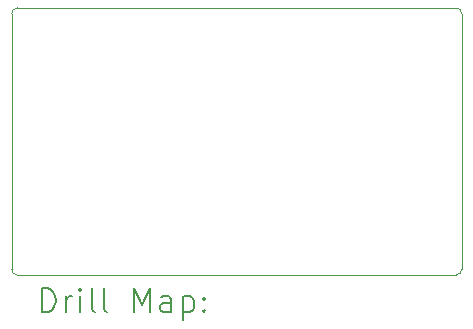
<source format=gbr>
%TF.GenerationSoftware,KiCad,Pcbnew,8.0.4*%
%TF.CreationDate,2024-09-19T17:48:03+02:00*%
%TF.ProjectId,vibration-motor,76696272-6174-4696-9f6e-2d6d6f746f72,rev?*%
%TF.SameCoordinates,Original*%
%TF.FileFunction,Drillmap*%
%TF.FilePolarity,Positive*%
%FSLAX45Y45*%
G04 Gerber Fmt 4.5, Leading zero omitted, Abs format (unit mm)*
G04 Created by KiCad (PCBNEW 8.0.4) date 2024-09-19 17:48:03*
%MOMM*%
%LPD*%
G01*
G04 APERTURE LIST*
%ADD10C,0.050000*%
%ADD11C,0.200000*%
G04 APERTURE END LIST*
D10*
X10712326Y-4650000D02*
G75*
G02*
X10762330Y-4700000I4J-50000D01*
G01*
X6950000Y-4700000D02*
G75*
G02*
X7000000Y-4650000I50000J0D01*
G01*
X10762326Y-6862179D02*
G75*
G02*
X10712326Y-6912176I-49996J-1D01*
G01*
X7000000Y-6912179D02*
G75*
G02*
X6950001Y-6862179I0J49999D01*
G01*
X7000000Y-4650000D02*
X10712326Y-4650000D01*
X10762326Y-4700000D02*
X10762326Y-6862179D01*
X6950000Y-6862179D02*
X6950000Y-4700000D01*
X10712326Y-6912179D02*
X7000000Y-6912179D01*
D11*
X7208277Y-7226163D02*
X7208277Y-7026163D01*
X7208277Y-7026163D02*
X7255896Y-7026163D01*
X7255896Y-7026163D02*
X7284467Y-7035687D01*
X7284467Y-7035687D02*
X7303515Y-7054734D01*
X7303515Y-7054734D02*
X7313039Y-7073782D01*
X7313039Y-7073782D02*
X7322562Y-7111877D01*
X7322562Y-7111877D02*
X7322562Y-7140448D01*
X7322562Y-7140448D02*
X7313039Y-7178544D01*
X7313039Y-7178544D02*
X7303515Y-7197591D01*
X7303515Y-7197591D02*
X7284467Y-7216639D01*
X7284467Y-7216639D02*
X7255896Y-7226163D01*
X7255896Y-7226163D02*
X7208277Y-7226163D01*
X7408277Y-7226163D02*
X7408277Y-7092829D01*
X7408277Y-7130925D02*
X7417801Y-7111877D01*
X7417801Y-7111877D02*
X7427324Y-7102353D01*
X7427324Y-7102353D02*
X7446372Y-7092829D01*
X7446372Y-7092829D02*
X7465420Y-7092829D01*
X7532086Y-7226163D02*
X7532086Y-7092829D01*
X7532086Y-7026163D02*
X7522562Y-7035687D01*
X7522562Y-7035687D02*
X7532086Y-7045210D01*
X7532086Y-7045210D02*
X7541610Y-7035687D01*
X7541610Y-7035687D02*
X7532086Y-7026163D01*
X7532086Y-7026163D02*
X7532086Y-7045210D01*
X7655896Y-7226163D02*
X7636848Y-7216639D01*
X7636848Y-7216639D02*
X7627324Y-7197591D01*
X7627324Y-7197591D02*
X7627324Y-7026163D01*
X7760658Y-7226163D02*
X7741610Y-7216639D01*
X7741610Y-7216639D02*
X7732086Y-7197591D01*
X7732086Y-7197591D02*
X7732086Y-7026163D01*
X7989229Y-7226163D02*
X7989229Y-7026163D01*
X7989229Y-7026163D02*
X8055896Y-7169020D01*
X8055896Y-7169020D02*
X8122562Y-7026163D01*
X8122562Y-7026163D02*
X8122562Y-7226163D01*
X8303515Y-7226163D02*
X8303515Y-7121401D01*
X8303515Y-7121401D02*
X8293991Y-7102353D01*
X8293991Y-7102353D02*
X8274943Y-7092829D01*
X8274943Y-7092829D02*
X8236848Y-7092829D01*
X8236848Y-7092829D02*
X8217801Y-7102353D01*
X8303515Y-7216639D02*
X8284467Y-7226163D01*
X8284467Y-7226163D02*
X8236848Y-7226163D01*
X8236848Y-7226163D02*
X8217801Y-7216639D01*
X8217801Y-7216639D02*
X8208277Y-7197591D01*
X8208277Y-7197591D02*
X8208277Y-7178544D01*
X8208277Y-7178544D02*
X8217801Y-7159496D01*
X8217801Y-7159496D02*
X8236848Y-7149972D01*
X8236848Y-7149972D02*
X8284467Y-7149972D01*
X8284467Y-7149972D02*
X8303515Y-7140448D01*
X8398753Y-7092829D02*
X8398753Y-7292829D01*
X8398753Y-7102353D02*
X8417801Y-7092829D01*
X8417801Y-7092829D02*
X8455896Y-7092829D01*
X8455896Y-7092829D02*
X8474944Y-7102353D01*
X8474944Y-7102353D02*
X8484467Y-7111877D01*
X8484467Y-7111877D02*
X8493991Y-7130925D01*
X8493991Y-7130925D02*
X8493991Y-7188067D01*
X8493991Y-7188067D02*
X8484467Y-7207115D01*
X8484467Y-7207115D02*
X8474944Y-7216639D01*
X8474944Y-7216639D02*
X8455896Y-7226163D01*
X8455896Y-7226163D02*
X8417801Y-7226163D01*
X8417801Y-7226163D02*
X8398753Y-7216639D01*
X8579705Y-7207115D02*
X8589229Y-7216639D01*
X8589229Y-7216639D02*
X8579705Y-7226163D01*
X8579705Y-7226163D02*
X8570182Y-7216639D01*
X8570182Y-7216639D02*
X8579705Y-7207115D01*
X8579705Y-7207115D02*
X8579705Y-7226163D01*
X8579705Y-7102353D02*
X8589229Y-7111877D01*
X8589229Y-7111877D02*
X8579705Y-7121401D01*
X8579705Y-7121401D02*
X8570182Y-7111877D01*
X8570182Y-7111877D02*
X8579705Y-7102353D01*
X8579705Y-7102353D02*
X8579705Y-7121401D01*
M02*

</source>
